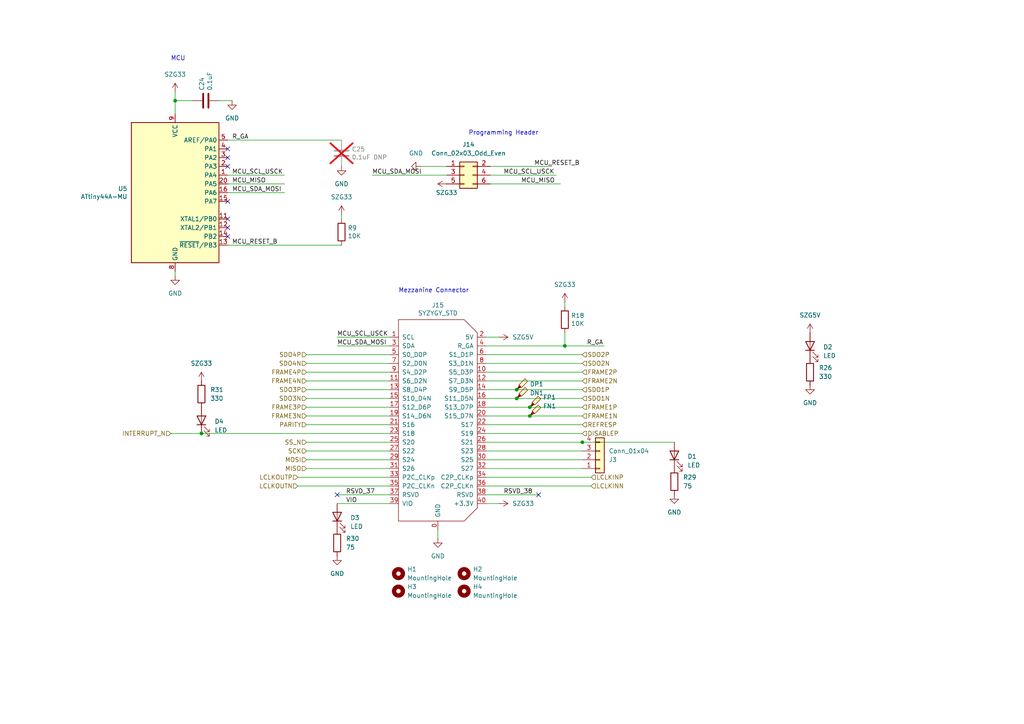
<source format=kicad_sch>
(kicad_sch (version 20231120) (generator "eeschema") (generator_version "8.0")
  (paper "A4")
  (lib_symbols
    (symbol "Connector:TestPoint_Probe" (pin_numbers hide) (pin_names (offset 0.762) hide)
      (property "Reference" "TP" (at 1.651 5.842 0))
      (property "Value" "TestPoint_Probe" (at 1.651 4.064 0))
      (symbol "TestPoint_Probe_0_1"
        (polyline (pts (xy 1.27 0.762) (xy 0 0) (xy 0.762 1.27) (xy 1.27 0.762)) (fill (type outline)))
        (polyline (pts (xy 1.397 0.635) (xy 0.635 1.397) (xy 2.413 3.175) (xy 3.175 2.413) (xy 1.397 0.635)) (fill (type background)))
      )
      (symbol "TestPoint_Probe_1_1"
        (pin passive line (at 0 0 90) (length 0) (name "1") (number "1"))
      )
    )
    (symbol "Connector_Generic:Conn_01x04" (pin_names (offset 1.016) hide)
      (property "Reference" "J" (at 0 5.08 0))
      (property "Value" "Conn_01x04" (at 0 -7.62 0))
      (symbol "Conn_01x04_1_1"
        (rectangle (start -1.27 -4.953) (end 0 -5.207) (stroke (width 0.1524)))
        (rectangle (start -1.27 -2.413) (end 0 -2.667) (stroke (width 0.1524)))
        (rectangle (start -1.27 0.127) (end 0 -0.127) (stroke (width 0.1524)))
        (rectangle (start -1.27 2.667) (end 0 2.413) (stroke (width 0.1524)))
        (rectangle (start -1.27 3.81) (end 1.27 -6.35) (stroke (width 0.254)) (fill (type background)))
        (pin passive line (at -5.08 2.54 0) (length 3.81) (name "Pin_1") (number "1"))
        (pin passive line (at -5.08 0 0) (length 3.81) (name "Pin_2") (number "2"))
        (pin passive line (at -5.08 -2.54 0) (length 3.81) (name "Pin_3") (number "3"))
        (pin passive line (at -5.08 -5.08 0) (length 3.81) (name "Pin_4") (number "4"))
      )
    )
    (symbol "Connector_Generic:Conn_02x03_Odd_Even" (pin_names (offset 1.016) hide)
      (property "Reference" "J" (at 1.27 5.08 0))
      (property "Value" "Conn_02x03_Odd_Even" (at 1.27 -5.08 0))
      (symbol "Conn_02x03_Odd_Even_1_1"
        (rectangle (start -1.27 -2.413) (end 0 -2.667) (stroke (width 0.1524)))
        (rectangle (start -1.27 0.127) (end 0 -0.127) (stroke (width 0.1524)))
        (rectangle (start -1.27 2.667) (end 0 2.413) (stroke (width 0.1524)))
        (rectangle (start -1.27 3.81) (end 3.81 -3.81) (stroke (width 0.254)) (fill (type background)))
        (rectangle (start 3.81 -2.413) (end 2.54 -2.667) (stroke (width 0.1524)))
        (rectangle (start 3.81 0.127) (end 2.54 -0.127) (stroke (width 0.1524)))
        (rectangle (start 3.81 2.667) (end 2.54 2.413) (stroke (width 0.1524)))
        (pin passive line (at -5.08 2.54 0) (length 3.81) (name "Pin_1") (number "1"))
        (pin passive line (at 7.62 2.54 180) (length 3.81) (name "Pin_2") (number "2"))
        (pin passive line (at -5.08 0 0) (length 3.81) (name "Pin_3") (number "3"))
        (pin passive line (at 7.62 0 180) (length 3.81) (name "Pin_4") (number "4"))
        (pin passive line (at -5.08 -2.54 0) (length 3.81) (name "Pin_5") (number "5"))
        (pin passive line (at 7.62 -2.54 180) (length 3.81) (name "Pin_6") (number "6"))
      )
    )
    (symbol "Device:C" (pin_numbers hide) (pin_names (offset 0.254))
      (property "Reference" "C" (at 0.635 2.54 0))
      (property "Value" "C" (at 0.635 -2.54 0))
      (symbol "C_0_1"
        (polyline (pts (xy -2.032 -0.762) (xy 2.032 -0.762)) (stroke (width 0.508)))
        (polyline (pts (xy -2.032 0.762) (xy 2.032 0.762)) (stroke (width 0.508)))
      )
      (symbol "C_1_1"
        (pin passive line (at 0 3.81 270) (length 2.794) (name "~") (number "1"))
        (pin passive line (at 0 -3.81 90) (length 2.794) (name "~") (number "2"))
      )
    )
    (symbol "Device:LED" (pin_numbers hide) (pin_names (offset 1.016) hide)
      (property "Reference" "D" (at 0 2.54 0))
      (property "Value" "LED" (at 0 -2.54 0))
      (symbol "LED_0_1"
        (polyline (pts (xy -1.27 -1.27) (xy -1.27 1.27)) (stroke (width 0.254)))
        (polyline (pts (xy -1.27 0) (xy 1.27 0)))
        (polyline (pts (xy 1.27 -1.27) (xy 1.27 1.27) (xy -1.27 0) (xy 1.27 -1.27)) (stroke (width 0.254)))
        (polyline (pts (xy -3.048 -0.762) (xy -4.572 -2.286) (xy -3.81 -2.286) (xy -4.572 -2.286) (xy -4.572 -1.524)))
        (polyline (pts (xy -1.778 -0.762) (xy -3.302 -2.286) (xy -2.54 -2.286) (xy -3.302 -2.286) (xy -3.302 -1.524)))
      )
      (symbol "LED_1_1"
        (pin passive line (at -3.81 0 0) (length 2.54) (name "K") (number "1"))
        (pin passive line (at 3.81 0 180) (length 2.54) (name "A") (number "2"))
      )
    )
    (symbol "Device:R" (pin_numbers hide) (pin_names (offset 0))
      (property "Reference" "R" (at 2.032 0 90))
      (property "Value" "R" (at 0 0 90))
      (symbol "R_0_1"
        (rectangle (start -1.016 -2.54) (end 1.016 2.54) (stroke (width 0.254)))
      )
      (symbol "R_1_1"
        (pin passive line (at 0 3.81 270) (length 1.27) (name "~") (number "1"))
        (pin passive line (at 0 -3.81 90) (length 1.27) (name "~") (number "2"))
      )
    )
    (symbol "GND_1" (power) (pin_numbers hide) (pin_names (offset 0) hide)
      (property "Value" "GND" (at 0 -3.81 0))
      (symbol "GND_1_0_1"
        (polyline (pts (xy 0 0) (xy 0 -1.27) (xy 1.27 -1.27) (xy 0 -2.54) (xy -1.27 -1.27) (xy 0 -1.27)))
      )
      (symbol "GND_1_1_1"
        (pin power_in line (at 0 0 270) (length 0) (name "~") (number "1"))
      )
    )
    (symbol "Mechanical:MountingHole" (pin_names (offset 1.016)) (exclude_from_sim yes) (in_bom no)
      (property "Reference" "H" (at 0 5.08 0))
      (property "Value" "MountingHole" (at 0 3.175 0))
      (symbol "MountingHole_0_1"
        (circle (center 0 0) (radius 1.27) (stroke (width 1.27)))
      )
    )
    (symbol "SYZYGY:SYZYGY_STD" (pin_names (offset 1.016))
      (property "Reference" "J" (at -10.16 30.48 0))
      (property "Value" "SYZYGY_STD" (at -10.16 27.94 0))
      (symbol "SYZYGY_STD_0_1"
        (polyline (pts (xy -11.43 26.67) (xy -11.43 -31.75) (xy 7.62 -31.75) (xy 11.43 -27.94)))
        (polyline (pts (xy 11.43 -27.94) (xy 11.43 22.86) (xy 7.62 26.67) (xy -11.43 26.67)))
      )
      (symbol "SYZYGY_STD_1_1"
        (pin passive line (at 0 -34.29 90) (length 2.54) (name "GND") (number "0"))
        (pin passive line (at -13.97 21.59 0) (length 2.54) (name "SCL") (number "1"))
        (pin passive line (at 13.97 11.43 180) (length 2.54) (name "S5_D3P") (number "10"))
        (pin passive line (at -13.97 8.89 0) (length 2.54) (name "S6_D2N") (number "11"))
        (pin passive line (at 13.97 8.89 180) (length 2.54) (name "S7_D3N") (number "12"))
        (pin passive line (at -13.97 6.35 0) (length 2.54) (name "S8_D4P") (number "13"))
        (pin passive line (at 13.97 6.35 180) (length 2.54) (name "S9_D5P") (number "14"))
        (pin passive line (at -13.97 3.81 0) (length 2.54) (name "S10_D4N") (number "15"))
        (pin passive line (at 13.97 3.81 180) (length 2.54) (name "S11_D5N") (number "16"))
        (pin passive line (at -13.97 1.27 0) (length 2.54) (name "S12_D6P") (number "17"))
        (pin passive line (at 13.97 1.27 180) (length 2.54) (name "S13_D7P") (number "18"))
        (pin passive line (at -13.97 -1.27 0) (length 2.54) (name "S14_D6N") (number "19"))
        (pin power_out line (at 13.97 21.59 180) (length 2.54) (name "5V") (number "2"))
        (pin passive line (at 13.97 -1.27 180) (length 2.54) (name "S15_D7N") (number "20"))
        (pin passive line (at -13.97 -3.81 0) (length 2.54) (name "S16") (number "21"))
        (pin passive line (at 13.97 -3.81 180) (length 2.54) (name "S17") (number "22"))
        (pin passive line (at -13.97 -6.35 0) (length 2.54) (name "S18") (number "23"))
        (pin passive line (at 13.97 -6.35 180) (length 2.54) (name "S19") (number "24"))
        (pin passive line (at -13.97 -8.89 0) (length 2.54) (name "S20") (number "25"))
        (pin passive line (at 13.97 -8.89 180) (length 2.54) (name "S21") (number "26"))
        (pin passive line (at -13.97 -11.43 0) (length 2.54) (name "S22") (number "27"))
        (pin passive line (at 13.97 -11.43 180) (length 2.54) (name "S23") (number "28"))
        (pin passive line (at -13.97 -13.97 0) (length 2.54) (name "S24") (number "29"))
        (pin passive line (at -13.97 19.05 0) (length 2.54) (name "SDA") (number "3"))
        (pin passive line (at 13.97 -13.97 180) (length 2.54) (name "S25") (number "30"))
        (pin passive line (at -13.97 -16.51 0) (length 2.54) (name "S26") (number "31"))
        (pin passive line (at 13.97 -16.51 180) (length 2.54) (name "S27") (number "32"))
        (pin passive line (at -13.97 -19.05 0) (length 2.54) (name "P2C_CLKp") (number "33"))
        (pin passive line (at 13.97 -19.05 180) (length 2.54) (name "C2P_CLKp") (number "34"))
        (pin passive line (at -13.97 -21.59 0) (length 2.54) (name "P2C_CLKn") (number "35"))
        (pin passive line (at 13.97 -21.59 180) (length 2.54) (name "C2P_CLKn") (number "36"))
        (pin passive line (at -13.97 -24.13 0) (length 2.54) (name "RSVD") (number "37"))
        (pin passive line (at 13.97 -24.13 180) (length 2.54) (name "RSVD") (number "38"))
        (pin power_out line (at -13.97 -26.67 0) (length 2.54) (name "VIO") (number "39"))
        (pin passive line (at 13.97 19.05 180) (length 2.54) (name "R_GA") (number "4"))
        (pin power_out line (at 13.97 -26.67 180) (length 2.54) (name "+3.3V") (number "40"))
        (pin passive line (at -13.97 16.51 0) (length 2.54) (name "S0_D0P") (number "5"))
        (pin passive line (at 13.97 16.51 180) (length 2.54) (name "S1_D1P") (number "6"))
        (pin passive line (at -13.97 13.97 0) (length 2.54) (name "S2_D0N") (number "7"))
        (pin passive line (at 13.97 13.97 180) (length 2.54) (name "S3_D1N") (number "8"))
        (pin passive line (at -13.97 11.43 0) (length 2.54) (name "S4_D2P") (number "9"))
      )
    )
    (symbol "SZG-TEMPLATE-STD:ATtiny44A-MU-MCU_Microchip_ATtiny"
      (property "Reference" "U" (at -12.7 21.59 0))
      (property "Value" "ATtiny44A-MU-MCU_Microchip_ATtiny" (at 2.54 -21.59 0))
      (symbol "ATtiny44A-MU-MCU_Microchip_ATtiny_0_1"
        (rectangle (start -12.7 -20.32) (end 12.7 20.32) (stroke (width 0.254)) (fill (type background)))
      )
      (symbol "ATtiny44A-MU-MCU_Microchip_ATtiny_1_1"
        (pin bidirectional line (at 15.24 5.08 180) (length 2.54) (name "PA4") (number "1"))
        (pin no_connect line (at -12.7 -10.16 0) (length 2.54) hide (name "NC") (number "10"))
        (pin bidirectional line (at 15.24 -7.62 180) (length 2.54) (name "XTAL1/PB0") (number "11"))
        (pin bidirectional line (at 15.24 -10.16 180) (length 2.54) (name "XTAL2/PB1") (number "12"))
        (pin bidirectional line (at 15.24 -15.24 180) (length 2.54) (name "~{RESET}/PB3") (number "13"))
        (pin bidirectional line (at 15.24 -12.7 180) (length 2.54) (name "PB2") (number "14"))
        (pin bidirectional line (at 15.24 -2.54 180) (length 2.54) (name "PA7") (number "15"))
        (pin bidirectional line (at 15.24 0 180) (length 2.54) (name "PA6") (number "16"))
        (pin no_connect line (at -12.7 -12.7 0) (length 2.54) hide (name "NC") (number "17"))
        (pin no_connect line (at -12.7 -15.24 0) (length 2.54) hide (name "NC") (number "18"))
        (pin no_connect line (at -12.7 -17.78 0) (length 2.54) hide (name "NC") (number "19"))
        (pin bidirectional line (at 15.24 7.62 180) (length 2.54) (name "PA3") (number "2"))
        (pin bidirectional line (at 15.24 2.54 180) (length 2.54) (name "PA5") (number "20"))
        (pin passive line (at 0 -22.86 90) (length 2.54) hide (name "GND") (number "21"))
        (pin bidirectional line (at 15.24 10.16 180) (length 2.54) (name "PA2") (number "3"))
        (pin bidirectional line (at 15.24 12.7 180) (length 2.54) (name "PA1") (number "4"))
        (pin bidirectional line (at 15.24 15.24 180) (length 2.54) (name "AREF/PA0") (number "5"))
        (pin no_connect line (at -12.7 -5.08 0) (length 2.54) hide (name "NC") (number "6"))
        (pin no_connect line (at -12.7 -7.62 0) (length 2.54) hide (name "NC") (number "7"))
        (pin power_in line (at 0 -22.86 90) (length 2.54) (name "GND") (number "8"))
        (pin power_in line (at 0 22.86 270) (length 2.54) (name "VCC") (number "9"))
      )
    )
    (symbol "power:VDD" (power) (pin_numbers hide) (pin_names (offset 0) hide)
      (property "Value" "VDD" (at 0 3.556 0))
      (symbol "VDD_0_1"
        (polyline (pts (xy -0.762 1.27) (xy 0 2.54)))
        (polyline (pts (xy 0 0) (xy 0 2.54)))
        (polyline (pts (xy 0 2.54) (xy 0.762 1.27)))
      )
      (symbol "VDD_1_1"
        (pin power_in line (at 0 0 90) (length 0) (name "~") (number "1"))
      )
    )
  )
  (junction (at 153.67 120.65))
  (junction (at 58.42 125.73))
  (junction (at 153.67 118.11))
  (junction (at 149.86 113.03))
  (junction (at 168.91 128.27))
  (junction (at 50.8 29.21))
  (junction (at 163.83 100.33))
  (junction (at 149.86 115.57))
  (no_connect (at 156.21 143.51))
  (no_connect (at 66.04 66.04))
  (no_connect (at 66.04 45.72))
  (no_connect (at 66.04 68.58))
  (no_connect (at 66.04 58.42))
  (no_connect (at 97.79 143.51))
  (no_connect (at 66.04 43.18))
  (no_connect (at 66.04 63.5))
  (no_connect (at 66.04 48.26))
  (wire (pts (xy 97.79 97.79) (xy 113.03 97.79)))
  (wire (pts (xy 88.9 115.57) (xy 113.03 115.57)))
  (wire (pts (xy 140.97 135.89) (xy 168.91 135.89)))
  (wire (pts (xy 140.97 107.95) (xy 168.91 107.95)))
  (wire (pts (xy 97.79 100.33) (xy 113.03 100.33)))
  (wire (pts (xy 88.9 107.95) (xy 113.03 107.95)))
  (wire (pts (xy 142.24 48.26) (xy 160.02 48.26)))
  (wire (pts (xy 66.04 53.34) (xy 82.55 53.34)))
  (wire (pts (xy 50.8 26.67) (xy 50.8 29.21)))
  (wire (pts (xy 140.97 140.97) (xy 171.45 140.97)))
  (wire (pts (xy 97.79 143.51) (xy 113.03 143.51)))
  (wire (pts (xy 127 153.67) (xy 127 156.21)))
  (wire (pts (xy 88.9 123.19) (xy 113.03 123.19)))
  (wire (pts (xy 140.97 130.81) (xy 168.91 130.81)))
  (wire (pts (xy 163.83 100.33) (xy 163.83 96.52)))
  (wire (pts (xy 66.04 40.64) (xy 99.06 40.64)))
  (wire (pts (xy 153.67 118.11) (xy 168.91 118.11)))
  (wire (pts (xy 140.97 128.27) (xy 168.91 128.27)))
  (wire (pts (xy 140.97 97.79) (xy 144.78 97.79)))
  (wire (pts (xy 121.92 48.26) (xy 129.54 48.26)))
  (wire (pts (xy 107.95 50.8) (xy 129.54 50.8)))
  (wire (pts (xy 140.97 113.03) (xy 149.86 113.03)))
  (wire (pts (xy 140.97 102.87) (xy 168.91 102.87)))
  (wire (pts (xy 140.97 118.11) (xy 153.67 118.11)))
  (wire (pts (xy 140.97 125.73) (xy 168.91 125.73)))
  (wire (pts (xy 142.24 50.8) (xy 161.29 50.8)))
  (wire (pts (xy 142.24 53.34) (xy 162.56 53.34)))
  (wire (pts (xy 149.86 115.57) (xy 168.91 115.57)))
  (wire (pts (xy 140.97 115.57) (xy 149.86 115.57)))
  (wire (pts (xy 63.5 29.21) (xy 67.31 29.21)))
  (wire (pts (xy 88.9 135.89) (xy 113.03 135.89)))
  (wire (pts (xy 140.97 123.19) (xy 168.91 123.19)))
  (wire (pts (xy 50.8 29.21) (xy 50.8 33.02)))
  (wire (pts (xy 50.8 80.01) (xy 50.8 78.74)))
  (wire (pts (xy 58.42 125.73) (xy 113.03 125.73)))
  (wire (pts (xy 140.97 100.33) (xy 163.83 100.33)))
  (wire (pts (xy 88.9 118.11) (xy 113.03 118.11)))
  (wire (pts (xy 88.9 130.81) (xy 113.03 130.81)))
  (wire (pts (xy 88.9 113.03) (xy 113.03 113.03)))
  (wire (pts (xy 88.9 105.41) (xy 113.03 105.41)))
  (wire (pts (xy 88.9 110.49) (xy 113.03 110.49)))
  (wire (pts (xy 140.97 143.51) (xy 156.21 143.51)))
  (wire (pts (xy 168.91 128.27) (xy 195.58 128.27)))
  (wire (pts (xy 113.03 146.05) (xy 97.79 146.05)))
  (wire (pts (xy 99.06 63.5) (xy 99.06 62.23)))
  (wire (pts (xy 66.04 50.8) (xy 82.55 50.8)))
  (wire (pts (xy 140.97 120.65) (xy 153.67 120.65)))
  (wire (pts (xy 140.97 133.35) (xy 168.91 133.35)))
  (wire (pts (xy 140.97 110.49) (xy 168.91 110.49)))
  (wire (pts (xy 86.36 138.43) (xy 113.03 138.43)))
  (wire (pts (xy 50.8 29.21) (xy 55.88 29.21)))
  (wire (pts (xy 66.04 55.88) (xy 82.55 55.88)))
  (wire (pts (xy 88.9 120.65) (xy 113.03 120.65)))
  (wire (pts (xy 140.97 146.05) (xy 144.78 146.05)))
  (wire (pts (xy 163.83 88.9) (xy 163.83 87.63)))
  (wire (pts (xy 88.9 128.27) (xy 113.03 128.27)))
  (wire (pts (xy 49.53 125.73) (xy 58.42 125.73)))
  (wire (pts (xy 149.86 113.03) (xy 168.91 113.03)))
  (wire (pts (xy 163.83 100.33) (xy 175.26 100.33)))
  (wire (pts (xy 86.36 140.97) (xy 113.03 140.97)))
  (wire (pts (xy 140.97 105.41) (xy 168.91 105.41)))
  (wire (pts (xy 66.04 71.12) (xy 99.06 71.12)))
  (wire (pts (xy 153.67 120.65) (xy 168.91 120.65)))
  (wire (pts (xy 140.97 138.43) (xy 171.45 138.43)))
  (wire (pts (xy 88.9 102.87) (xy 113.03 102.87)))
  (wire (pts (xy 88.9 133.35) (xy 113.03 133.35)))
  (text "MCU" (at 49.53 17.78 0) (effects (font (size 1.27 1.27)) (justify left bottom)))
  (text "Mezzanine Connector" (at 115.57 85.09 0) (effects (font (size 1.27 1.27)) (justify left bottom)))
  (text "Programming Header" (at 135.89 39.37 0) (effects (font (size 1.27 1.27)) (justify left bottom)))
  (label "MCU_RESET_B" (at 154.94 48.26 0))
  (label "MCU_MISO" (at 67.31 53.34 0))
  (label "RSVD_38" (at 146.05 143.51 0))
  (label "MCU_SCL_USCK" (at 97.79 97.79 0))
  (label "R_GA" (at 67.31 40.64 0))
  (label "MCU_SDA_MOSI" (at 97.79 100.33 0))
  (label "R_GA" (at 170.18 100.33 0))
  (label "RSVD_37" (at 100.33 143.51 0))
  (label "MCU_RESET_B" (at 67.31 71.12 0))
  (label "MCU_SCL_USCK" (at 146.05 50.8 0))
  (label "VIO" (at 100.33 146.05 0))
  (label "MCU_SCL_USCK" (at 67.31 50.8 0))
  (label "MCU_SDA_MOSI" (at 107.95 50.8 0))
  (label "MCU_SDA_MOSI" (at 67.31 55.88 0))
  (label "MCU_MISO" (at 151.13 53.34 0))
  (hierarchical_label "PARITY" (shape input) (at 88.9 123.19 180))
  (hierarchical_label "SDO2P" (shape input) (at 168.91 102.87 0))
  (hierarchical_label "FRAME2N" (shape input) (at 168.91 110.49 0))
  (hierarchical_label "SDO2N" (shape input) (at 168.91 105.41 0))
  (hierarchical_label "SDO3N" (shape input) (at 88.9 115.57 180))
  (hierarchical_label "MOSI" (shape input) (at 88.9 133.35 180))
  (hierarchical_label "LCLKOUTP" (shape input) (at 86.36 138.43 180))
  (hierarchical_label "SDO4N" (shape input) (at 88.9 105.41 180))
  (hierarchical_label "LCLKOUTN" (shape input) (at 86.36 140.97 180))
  (hierarchical_label "LCLKINP" (shape input) (at 171.45 138.43 0))
  (hierarchical_label "FRAME1P" (shape input) (at 168.91 118.11 0))
  (hierarchical_label "SDO3P" (shape input) (at 88.9 113.03 180))
  (hierarchical_label "SS_N" (shape input) (at 88.9 128.27 180))
  (hierarchical_label "DISABLEP" (shape input) (at 168.91 125.73 0))
  (hierarchical_label "FRAME3N" (shape input) (at 88.9 120.65 180))
  (hierarchical_label "REFRESP" (shape input) (at 168.91 123.19 0))
  (hierarchical_label "FRAME4P" (shape input) (at 88.9 107.95 180))
  (hierarchical_label "FRAME4N" (shape input) (at 88.9 110.49 180))
  (hierarchical_label "INTERRUPT_N" (shape input) (at 49.53 125.73 180))
  (hierarchical_label "MISO" (shape input) (at 88.9 135.89 180))
  (hierarchical_label "SDO1N" (shape input) (at 168.91 115.57 0))
  (hierarchical_label "FRAME2P" (shape input) (at 168.91 107.95 0))
  (hierarchical_label "SDO4P" (shape input) (at 88.9 102.87 180))
  (hierarchical_label "LCLKINN" (shape input) (at 171.45 140.97 0))
  (hierarchical_label "SCK" (shape input) (at 88.9 130.81 180))
  (hierarchical_label "FRAME1N" (shape input) (at 168.91 120.65 0))
  (hierarchical_label "FRAME3P" (shape input) (at 88.9 118.11 180))
  (hierarchical_label "SDO1P" (shape input) (at 168.91 113.03 0))
  (symbol (lib_id "Device:C") (at 59.69 29.21 90) (unit 1)
    (property "Reference" "C24" (at 58.5216 26.289 0) (effects (justify left)))
    (property "Value" "0.1uF" (at 60.833 26.289 0) (effects (justify left)))
    (property "Footprint" "Capacitor_SMD:C_0603_1608Metric_Pad1.08x0.95mm_HandSolder" (effects (hide yes)))
  )
  (symbol (lib_id "power:VDD") (at 129.54 53.34 90) (unit 1)
    (property "Reference" "#PWR095" (effects (hide yes)))
    (property "Value" "SZG33" (at 129.54 55.88 90))
    (property "Description" "Power symbol creates a global label with name \"VDD\"" (effects (hide yes)))
  )
  (symbol (lib_id "Connector:TestPoint_Probe") (at 149.86 115.57 0) (unit 1) (in_bom no)
    (property "Reference" "DN1" (at 153.67 113.9824 0) (effects (justify left)))
    (property "Value" "TestPoint_Probe" (effects (hide yes)))
    (property "Footprint" "TestPoint:TestPoint_Pad_1.0x1.0mm" (effects (hide yes)))
    (property "Description" "test point (alternative probe-style design)" (effects (hide yes)))
  )
  (symbol (lib_id "Connector_Generic:Conn_02x03_Odd_Even") (at 134.62 50.8 0) (unit 1)
    (property "Reference" "J14" (at 135.89 41.91 0))
    (property "Value" "Conn_02x03_Odd_Even" (at 135.89 44.45 0))
    (property "Footprint" "Connector_PinHeader_2.54mm:PinHeader_2x03_P2.54mm_Vertical" (effects (hide yes)))
    (property "Description" "Generic connector, double row, 02x03, odd/even pin numbering scheme (row 1 odd numbers, row 2 even numbers), script generated (kicad-library-utils/schlib/autogen/connector/)" (effects (hide yes)))
  )
  (symbol (lib_id "power:VDD") (at 50.8 26.67 0) (unit 1)
    (property "Reference" "#PWR089" (effects (hide yes)))
    (property "Value" "SZG33" (at 50.8 21.59 0))
    (property "Description" "Power symbol creates a global label with name \"VDD\"" (effects (hide yes)))
  )
  (symbol (lib_id "power:VDD") (at 99.06 62.23 0) (unit 1)
    (property "Reference" "#PWR093" (effects (hide yes)))
    (property "Value" "SZG33" (at 99.06 57.15 0))
    (property "Description" "Power symbol creates a global label with name \"VDD\"" (effects (hide yes)))
  )
  (symbol (lib_id "Device:C") (at 99.06 44.45 0) (unit 1) (in_bom no) (dnp yes)
    (property "Reference" "C25" (at 101.981 43.2816 0) (effects (justify left)))
    (property "Value" "0.1uF DNP" (at 101.981 45.593 0) (effects (justify left)))
    (property "Footprint" "Capacitor_SMD:C_0603_1608Metric_Pad1.08x0.95mm_HandSolder" (effects (hide yes)))
  )
  (symbol (lib_id "power:VDD") (at 144.78 97.79 270) (unit 1)
    (property "Reference" "#PWR097" (effects (hide yes)))
    (property "Value" "SZG5V" (at 148.59 97.7899 90) (effects (justify left)))
    (property "Description" "Power symbol creates a global label with name \"VDD\"" (effects (hide yes)))
  )
  (symbol (lib_id "Mechanical:MountingHole") (at 115.57 171.45 0) (unit 1) (exclude_from_sim yes) (in_bom no)
    (property "Reference" "H3" (at 118.11 170.1799 0) (effects (justify left)))
    (property "Value" "MountingHole" (at 118.11 172.7199 0) (effects (justify left)))
    (property "Footprint" "MountingHole:MountingHole_3.2mm_M3_DIN965" (effects (hide yes)))
    (property "Description" "Mounting Hole without connection" (effects (hide yes)))
  )
  (symbol (lib_name "GND_1") (lib_id "power:GND") (at 127 156.21 0) (unit 1)
    (property "Reference" "#PWR011" (effects (hide yes)))
    (property "Value" "GND" (at 127 161.29 0))
    (property "Description" "Power symbol creates a global label with name \"GND\" , ground" (effects (hide yes)))
  )
  (symbol (lib_id "Device:R") (at 97.79 157.48 0) (unit 1)
    (property "Reference" "R30" (at 100.33 156.2099 0) (effects (justify left)))
    (property "Value" "75" (at 100.33 158.7499 0) (effects (justify left)))
    (property "Footprint" "Resistor_SMD:R_0603_1608Metric_Pad0.98x0.95mm_HandSolder" (effects (hide yes)))
    (property "Description" "Resistor" (effects (hide yes)))
  )
  (symbol (lib_name "GND_1") (lib_id "power:GND") (at 195.58 143.51 0) (unit 1)
    (property "Reference" "#PWR019" (effects (hide yes)))
    (property "Value" "GND" (at 195.58 148.59 0))
    (property "Description" "Power symbol creates a global label with name \"GND\" , ground" (effects (hide yes)))
  )
  (symbol (lib_name "GND_1") (lib_id "power:GND") (at 121.92 48.26 270) (unit 1)
    (property "Reference" "#PWR092" (effects (hide yes)))
    (property "Value" "GND" (at 120.65 44.45 90))
    (property "Description" "Power symbol creates a global label with name \"GND\" , ground" (effects (hide yes)))
  )
  (symbol (lib_id "Device:R") (at 195.58 139.7 0) (unit 1)
    (property "Reference" "R29" (at 198.12 138.4299 0) (effects (justify left)))
    (property "Value" "75" (at 198.12 140.9699 0) (effects (justify left)))
    (property "Footprint" "Resistor_SMD:R_0603_1608Metric_Pad0.98x0.95mm_HandSolder" (effects (hide yes)))
    (property "Description" "Resistor" (effects (hide yes)))
  )
  (symbol (lib_id "Device:LED") (at 97.79 149.86 90) (unit 1)
    (property "Reference" "D3" (at 101.6 150.1774 90) (effects (justify right)))
    (property "Value" "LED" (at 101.6 152.7174 90) (effects (justify right)))
    (property "Footprint" "LED_SMD:LED_0805_2012Metric_Pad1.15x1.40mm_HandSolder" (effects (hide yes)))
    (property "Description" "Light emitting diode" (effects (hide yes)))
  )
  (symbol (lib_id "Connector:TestPoint_Probe") (at 153.67 118.11 0) (unit 1) (in_bom no)
    (property "Reference" "FP1" (at 157.48 115.2524 0) (effects (justify left)))
    (property "Value" "TestPoint_Probe" (effects (hide yes)))
    (property "Footprint" "TestPoint:TestPoint_Pad_1.0x1.0mm" (effects (hide yes)))
    (property "Description" "test point (alternative probe-style design)" (effects (hide yes)))
  )
  (symbol (lib_id "power:VDD") (at 163.83 87.63 0) (unit 1)
    (property "Reference" "#PWR088" (effects (hide yes)))
    (property "Value" "SZG33" (at 163.83 82.55 0))
    (property "Description" "Power symbol creates a global label with name \"VDD\"" (effects (hide yes)))
  )
  (symbol (lib_id "Device:LED") (at 234.95 100.33 90) (unit 1)
    (property "Reference" "D2" (at 238.76 100.6474 90) (effects (justify right)))
    (property "Value" "LED" (at 238.76 103.1874 90) (effects (justify right)))
    (property "Footprint" "LED_SMD:LED_0805_2012Metric_Pad1.15x1.40mm_HandSolder" (effects (hide yes)))
    (property "Description" "Light emitting diode" (effects (hide yes)))
  )
  (symbol (lib_id "Device:R") (at 58.42 114.3 0) (unit 1)
    (property "Reference" "R31" (at 60.96 113.0299 0) (effects (justify left)))
    (property "Value" "330" (at 60.96 115.5699 0) (effects (justify left)))
    (property "Footprint" "Resistor_SMD:R_0603_1608Metric_Pad0.98x0.95mm_HandSolder" (effects (hide yes)))
    (property "Description" "Resistor" (effects (hide yes)))
  )
  (symbol (lib_id "Connector_Generic:Conn_01x04") (at 173.99 133.35 0) (mirror x) (unit 1)
    (property "Reference" "J3" (at 176.53 133.3501 0) (effects (justify left)))
    (property "Value" "Conn_01x04" (at 176.53 130.8101 0) (effects (justify left)))
    (property "Footprint" "Connector_PinHeader_2.54mm:PinHeader_2x02_P2.54mm_Vertical" (effects (hide yes)))
    (property "Description" "Generic connector, single row, 01x04, script generated (kicad-library-utils/schlib/autogen/connector/)" (effects (hide yes)))
  )
  (symbol (lib_id "Connector:TestPoint_Probe") (at 149.86 113.03 0) (unit 1) (in_bom no)
    (property "Reference" "DP1" (at 153.67 111.4424 0) (effects (justify left)))
    (property "Value" "TestPoint_Probe" (effects (hide yes)))
    (property "Footprint" "TestPoint:TestPoint_Pad_1.0x1.0mm" (effects (hide yes)))
    (property "Description" "test point (alternative probe-style design)" (effects (hide yes)))
  )
  (symbol (lib_name "GND_1") (lib_id "power:GND") (at 97.79 161.29 0) (unit 1)
    (property "Reference" "#PWR020" (effects (hide yes)))
    (property "Value" "GND" (at 97.79 166.37 0))
    (property "Description" "Power symbol creates a global label with name \"GND\" , ground" (effects (hide yes)))
  )
  (symbol (lib_id "Mechanical:MountingHole") (at 134.62 171.45 0) (unit 1) (exclude_from_sim yes) (in_bom no)
    (property "Reference" "H4" (at 137.16 170.1799 0) (effects (justify left)))
    (property "Value" "MountingHole" (at 137.16 172.7199 0) (effects (justify left)))
    (property "Footprint" "MountingHole:MountingHole_3.2mm_M3_DIN965" (effects (hide yes)))
    (property "Description" "Mounting Hole without connection" (effects (hide yes)))
  )
  (symbol (lib_id "SYZYGY:SYZYGY_STD") (at 127 119.38 0) (unit 1)
    (property "Reference" "J15" (at 127 88.519 0))
    (property "Value" "SYZYGY_STD" (at 127 90.8304 0))
    (property "Footprint" "SYZYGY:QTE-020-01-F-D-A" (effects (hide yes)))
    (property "Datasheet" "http://suddendocs.samtec.com/catalog_english/qte.pdf" (effects (hide yes)))
    (property "Manufacturer" "Samtec" (effects (hide yes)))
    (property "Manufacturer_PN" "QTE-020-01-F-D-A" (effects (hide yes)))
  )
  (symbol (lib_id "power:VDD") (at 144.78 146.05 270) (unit 1)
    (property "Reference" "#PWR087" (effects (hide yes)))
    (property "Value" "SZG33" (at 148.59 146.0499 90) (effects (justify left)))
    (property "Description" "Power symbol creates a global label with name \"VDD\"" (effects (hide yes)))
  )
  (symbol (lib_name "GND_1") (lib_id "power:GND") (at 50.8 80.01 0) (unit 1)
    (property "Reference" "#PWR090" (effects (hide yes)))
    (property "Value" "GND" (at 50.8 85.09 0))
    (property "Description" "Power symbol creates a global label with name \"GND\" , ground" (effects (hide yes)))
  )
  (symbol (lib_id "Device:R") (at 234.95 107.95 0) (unit 1)
    (property "Reference" "R26" (at 237.49 106.6799 0) (effects (justify left)))
    (property "Value" "330" (at 237.49 109.2199 0) (effects (justify left)))
    (property "Footprint" "Resistor_SMD:R_0603_1608Metric_Pad0.98x0.95mm_HandSolder" (effects (hide yes)))
    (property "Description" "Resistor" (effects (hide yes)))
  )
  (symbol (lib_id "Connector:TestPoint_Probe") (at 153.67 120.65 0) (unit 1) (in_bom no)
    (property "Reference" "FN1" (at 157.48 117.7924 0) (effects (justify left)))
    (property "Value" "TestPoint_Probe" (effects (hide yes)))
    (property "Footprint" "TestPoint:TestPoint_Pad_1.0x1.0mm" (effects (hide yes)))
    (property "Description" "test point (alternative probe-style design)" (effects (hide yes)))
  )
  (symbol (lib_id "power:VDD") (at 234.95 96.52 0) (unit 1)
    (property "Reference" "#PWR014" (effects (hide yes)))
    (property "Value" "SZG5V" (at 234.95 91.44 0))
    (property "Description" "Power symbol creates a global label with name \"VDD\"" (effects (hide yes)))
  )
  (symbol (lib_id "Device:R") (at 99.06 67.31 0) (unit 1)
    (property "Reference" "R9" (at 100.838 66.1416 0) (effects (justify left)))
    (property "Value" "10K" (at 100.838 68.453 0) (effects (justify left)))
    (property "Footprint" "Resistor_SMD:R_0603_1608Metric_Pad0.98x0.95mm_HandSolder" (effects (hide yes)))
  )
  (symbol (lib_name "GND_1") (lib_id "power:GND") (at 99.06 48.26 0) (unit 1)
    (property "Reference" "#PWR086" (effects (hide yes)))
    (property "Value" "GND" (at 99.06 53.34 0))
    (property "Description" "Power symbol creates a global label with name \"GND\" , ground" (effects (hide yes)))
  )
  (symbol (lib_id "Device:R") (at 163.83 92.71 0) (unit 1)
    (property "Reference" "R18" (at 165.608 91.5416 0) (effects (justify left)))
    (property "Value" "10K" (at 165.608 93.853 0) (effects (justify left)))
    (property "Footprint" "Resistor_SMD:R_0603_1608Metric_Pad0.98x0.95mm_HandSolder" (effects (hide yes)))
  )
  (symbol (lib_id "Mechanical:MountingHole") (at 115.57 166.37 0) (unit 1) (exclude_from_sim yes) (in_bom no)
    (property "Reference" "H1" (at 118.11 165.0999 0) (effects (justify left)))
    (property "Value" "MountingHole" (at 118.11 167.6399 0) (effects (justify left)))
    (property "Footprint" "MountingHole:MountingHole_3.2mm_M3_DIN965" (effects (hide yes)))
    (property "Description" "Mounting Hole without connection" (effects (hide yes)))
  )
  (symbol (lib_id "power:VDD") (at 58.42 110.49 0) (unit 1)
    (property "Reference" "#PWR021" (effects (hide yes)))
    (property "Value" "SZG33" (at 58.42 105.41 0))
    (property "Description" "Power symbol creates a global label with name \"VDD\"" (effects (hide yes)))
  )
  (symbol (lib_id "Mechanical:MountingHole") (at 134.62 166.37 0) (unit 1) (exclude_from_sim yes) (in_bom no)
    (property "Reference" "H2" (at 137.16 165.0999 0) (effects (justify left)))
    (property "Value" "MountingHole" (at 137.16 167.6399 0) (effects (justify left)))
    (property "Footprint" "MountingHole:MountingHole_3.2mm_M3_DIN965" (effects (hide yes)))
    (property "Description" "Mounting Hole without connection" (effects (hide yes)))
  )
  (symbol (lib_name "GND_1") (lib_id "power:GND") (at 67.31 29.21 0) (unit 1)
    (property "Reference" "#PWR091" (effects (hide yes)))
    (property "Value" "GND" (at 67.31 34.29 0))
    (property "Description" "Power symbol creates a global label with name \"GND\" , ground" (effects (hide yes)))
  )
  (symbol (lib_id "SZG-TEMPLATE-STD:ATtiny44A-MU-MCU_Microchip_ATtiny") (at 50.8 55.88 0) (unit 1)
    (property "Reference" "U5" (at 36.9824 54.7116 0) (effects (justify right)))
    (property "Value" "ATtiny44A-MU" (at 36.9824 57.023 0) (effects (justify right)))
    (property "Footprint" "SYZYGY:QFN-24-4x4mm" (effects (hide yes)))
    (property "Datasheet" "http://ww1.microchip.com/downloads/en/DeviceDoc/doc8183.pdf" (effects (hide yes)))
    (property "Manufacturer" "Microchip" (effects (hide yes)))
    (property "Manufacturer_PN" "ATTINY44A-MU" (effects (hide yes)))
  )
  (symbol (lib_id "Device:LED") (at 58.42 121.92 90) (unit 1)
    (property "Reference" "D4" (at 62.23 122.2374 90) (effects (justify right)))
    (property "Value" "LED" (at 62.23 124.7774 90) (effects (justify right)))
    (property "Footprint" "LED_SMD:LED_0805_2012Metric_Pad1.15x1.40mm_HandSolder" (effects (hide yes)))
    (property "Description" "Light emitting diode" (effects (hide yes)))
  )
  (symbol (lib_name "GND_1") (lib_id "power:GND") (at 234.95 111.76 0) (unit 1)
    (property "Reference" "#PWR015" (effects (hide yes)))
    (property "Value" "GND" (at 234.95 116.84 0))
    (property "Description" "Power symbol creates a global label with name \"GND\" , ground" (effects (hide yes)))
  )
  (symbol (lib_id "Device:LED") (at 195.58 132.08 90) (unit 1)
    (property "Reference" "D1" (at 199.39 132.3974 90) (effects (justify right)))
    (property "Value" "LED" (at 199.39 134.9374 90) (effects (justify right)))
    (property "Footprint" "LED_SMD:LED_0805_2012Metric_Pad1.15x1.40mm_HandSolder" (effects (hide yes)))
    (property "Description" "Light emitting diode" (effects (hide yes)))
  )
)
</source>
